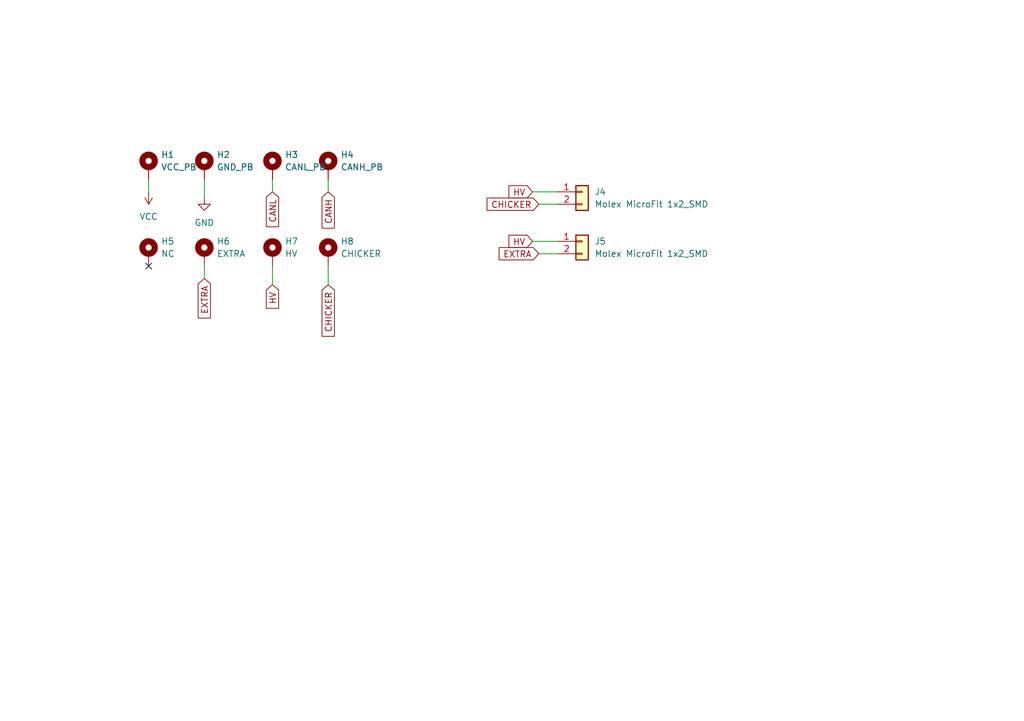
<source format=kicad_sch>
(kicad_sch (version 20230121) (generator eeschema)
  (paper "A5")
  (lib_symbols
    (symbol "Mechanical:MountingHole_Pad" (pin_numbers hide) (pin_names (offset 1.016) hide)
      (property "Reference" "H" (at 0 6.35 0))
      (property "Value" "MountingHole_Pad" (at 0 4.445 0))
      (symbol "MountingHole_Pad_0_1"
        (circle (center 0 1.27) (radius 1.27) (stroke (width 1.27)))
      )
      (symbol "MountingHole_Pad_1_1"
        (pin input line (at 0 -2.54 90) (length 2.54) (name "1") (number "1"))
      )
    )
    (symbol "bots:Molex_Microfit_3.0_1x2_SMD" (pin_names (offset 1.016) hide)
      (property "Reference" "J" (at 0 2.54 0))
      (property "Value" "Molex MicroFit 1x2_SMD" (at 0 -5.08 0))
      (symbol "Molex_Microfit_3.0_1x2_SMD_1_1"
        (rectangle (start -1.27 -2.413) (end 0 -2.667) (stroke (width 0.1524)))
        (rectangle (start -1.27 0.127) (end 0 -0.127) (stroke (width 0.1524)))
        (rectangle (start -1.27 1.27) (end 1.27 -3.81) (stroke (width 0.254)) (fill (type background)))
        (pin passive line (at -5.08 0 0) (length 3.81) (name "Pin_1") (number "1"))
        (pin passive line (at -5.08 -2.54 0) (length 3.81) (name "Pin_2") (number "2"))
        (pin no_connect line (at 0 -7.62 90) (length 3.81) hide (name "MP1") (number "MP1"))
        (pin no_connect line (at 2.54 -7.62 90) (length 3.81) hide (name "MP2") (number "MP2"))
      )
    )
    (symbol "power:GND" (power) (pin_names (offset 0))
      (property "Value" "GND" (at 0 -3.81 0))
      (symbol "GND_0_1"
        (polyline (pts (xy 0 0) (xy 0 -1.27) (xy 1.27 -1.27) (xy 0 -2.54) (xy -1.27 -1.27) (xy 0 -1.27)))
      )
      (symbol "GND_1_1"
        (pin power_in line (at 0 0 270) (length 0) hide (name "GND") (number "1"))
      )
    )
    (symbol "power:VCC" (power) (pin_names (offset 0))
      (property "Value" "VCC" (at 0 3.81 0))
      (symbol "VCC_0_1"
        (polyline (pts (xy -0.762 1.27) (xy 0 2.54)))
        (polyline (pts (xy 0 0) (xy 0 2.54)))
        (polyline (pts (xy 0 2.54) (xy 0.762 1.27)))
      )
      (symbol "VCC_1_1"
        (pin power_in line (at 0 0 90) (length 0) hide (name "VCC") (number "1"))
      )
    )
  )
  (no_connect (at 30.48 54.61))
  (wire (pts (xy 55.88 54.61) (xy 55.88 58.42)))
  (wire (pts (xy 55.88 39.37) (xy 55.88 36.83)))
  (wire (pts (xy 109.22 49.53) (xy 114.3 49.53)))
  (wire (pts (xy 110.49 52.07) (xy 114.3 52.07)))
  (wire (pts (xy 41.91 36.83) (xy 41.91 40.64)))
  (wire (pts (xy 110.49 41.91) (xy 114.3 41.91)))
  (wire (pts (xy 67.31 54.61) (xy 67.31 58.42)))
  (wire (pts (xy 30.48 36.83) (xy 30.48 39.37)))
  (wire (pts (xy 109.22 39.37) (xy 114.3 39.37)))
  (wire (pts (xy 67.31 39.37) (xy 67.31 36.83)))
  (wire (pts (xy 41.91 54.61) (xy 41.91 57.15)))
  (global_label "CHICKER" (shape input) (at 67.31 58.42 270) (property "Intersheetrefs" "${INTERSHEET_REFS}" (effects hide)))
  (global_label "CHICKER" (shape input) (at 110.49 41.91 180) (property "Intersheetrefs" "${INTERSHEET_REFS}" (effects hide)))
  (global_label "EXTRA" (shape input) (at 41.91 57.15 270) (property "Intersheetrefs" "${INTERSHEET_REFS}" (effects hide)))
  (global_label "CANL" (shape input) (at 55.88 39.37 270) (property "Intersheetrefs" "${INTERSHEET_REFS}" (effects hide)))
  (global_label "HV" (shape input) (at 55.88 58.42 270) (property "Intersheetrefs" "${INTERSHEET_REFS}" (effects hide)))
  (global_label "HV" (shape input) (at 109.22 49.53 180) (property "Intersheetrefs" "${INTERSHEET_REFS}" (effects hide)))
  (global_label "EXTRA" (shape input) (at 110.49 52.07 180) (property "Intersheetrefs" "${INTERSHEET_REFS}" (effects hide)))
  (global_label "HV" (shape input) (at 109.22 39.37 180) (property "Intersheetrefs" "${INTERSHEET_REFS}" (effects hide)))
  (global_label "CANH" (shape input) (at 67.31 39.37 270) (property "Intersheetrefs" "${INTERSHEET_REFS}" (effects hide)))
  (symbol (lib_id "Mechanical:MountingHole_Pad") (at 41.91 52.07 0) (unit 1)
    (property "Reference" "H6" (at 44.45 49.53 0) (effects (justify left)))
    (property "Value" "EXTRA" (at 44.45 52.07 0) (effects (justify left)))
    (property "Footprint" "bots:MountingHole_2.7mm_M2.5_DIN965_Pad" (effects hide))
  )
  (symbol (lib_id "Mechanical:MountingHole_Pad") (at 67.31 34.29 0) (unit 1)
    (property "Reference" "H4" (at 69.85 31.75 0) (effects (justify left)))
    (property "Value" "CANH_PB" (at 69.85 34.29 0) (effects (justify left)))
    (property "Footprint" "bots:MountingHole_2.7mm_M2.5_DIN965_Pad" (effects hide))
  )
  (symbol (lib_id "Mechanical:MountingHole_Pad") (at 30.48 52.07 0) (unit 1)
    (property "Reference" "H5" (at 33.02 49.53 0) (effects (justify left)))
    (property "Value" "NC" (at 33.02 52.07 0) (effects (justify left)))
    (property "Footprint" "bots:MountingHole_2.7mm_M2.5_DIN965_Pad" (effects hide))
  )
  (symbol (lib_id "Mechanical:MountingHole_Pad") (at 30.48 34.29 0) (unit 1)
    (property "Reference" "H1" (at 33.02 31.75 0) (effects (justify left)))
    (property "Value" "VCC_PB" (at 33.02 34.29 0) (effects (justify left)))
    (property "Footprint" "bots:MountingHole_2.7mm_M2.5_DIN965_Pad" (effects hide))
  )
  (symbol (lib_id "Mechanical:MountingHole_Pad") (at 55.88 34.29 0) (unit 1)
    (property "Reference" "H3" (at 58.42 31.75 0) (effects (justify left)))
    (property "Value" "CANL_PB" (at 58.42 34.29 0) (effects (justify left)))
    (property "Footprint" "bots:MountingHole_2.7mm_M2.5_DIN965_Pad" (effects hide))
  )
  (symbol (lib_id "bots:Molex_Microfit_3.0_1x2_SMD") (at 119.38 49.53 0) (unit 1)
    (property "Reference" "J5" (at 121.92 49.53 0) (effects (justify left)))
    (property "Value" "Molex MicroFit 1x2_SMD" (at 121.92 52.07 0) (effects (justify left)))
    (property "Footprint" "bots:Molex_Micro-Fit_3.0_43650-0224_1x02-1MP_P3.00mm_Vertical" (effects hide))
    (property "MPN" "0436500224" (effects hide))
    (property "Manufacturer" "Molex" (effects hide))
    (property "Price" "0.97" (effects hide))
  )
  (symbol (lib_id "Mechanical:MountingHole_Pad") (at 67.31 52.07 0) (unit 1)
    (property "Reference" "H8" (at 69.85 49.53 0) (effects (justify left)))
    (property "Value" "CHICKER" (at 69.85 52.07 0) (effects (justify left)))
    (property "Footprint" "bots:MountingHole_2.7mm_M2.5_DIN965_Pad" (effects hide))
  )
  (symbol (lib_id "Mechanical:MountingHole_Pad") (at 55.88 52.07 0) (unit 1)
    (property "Reference" "H7" (at 58.42 49.53 0) (effects (justify left)))
    (property "Value" "HV" (at 58.42 52.07 0) (effects (justify left)))
    (property "Footprint" "bots:MountingHole_2.7mm_M2.5_DIN965_Pad" (effects hide))
  )
  (symbol (lib_id "bots:Molex_Microfit_3.0_1x2_SMD") (at 119.38 39.37 0) (unit 1)
    (property "Reference" "J4" (at 121.92 39.37 0) (effects (justify left)))
    (property "Value" "Molex MicroFit 1x2_SMD" (at 121.92 41.91 0) (effects (justify left)))
    (property "Footprint" "bots:Molex_Micro-Fit_3.0_43650-0224_1x02-1MP_P3.00mm_Vertical" (effects hide))
    (property "MPN" "0436500224" (effects hide))
    (property "Manufacturer" "Molex" (effects hide))
    (property "Price" "0.97" (effects hide))
  )
  (symbol (lib_id "Mechanical:MountingHole_Pad") (at 41.91 34.29 0) (unit 1)
    (property "Reference" "H2" (at 44.45 31.75 0) (effects (justify left)))
    (property "Value" "GND_PB" (at 44.45 34.29 0) (effects (justify left)))
    (property "Footprint" "bots:MountingHole_2.7mm_M2.5_DIN965_Pad" (effects hide))
  )
  (symbol (lib_id "power:GND") (at 41.91 40.64 0) (unit 1)
    (property "Reference" "#PWR037" (effects hide))
    (property "Value" "GND" (at 41.91 45.72 0))
    (instances (project "midplate" (path "" (reference "#PWR037") (unit 1)) (path "" (reference "#PWR05") (unit 1))))
  )
  (symbol (lib_id "power:VCC") (at 30.48 39.37 180) (unit 1)
    (property "Reference" "#PWR024" (effects hide))
    (property "Value" "VCC" (at 30.48 44.45 0))
  )
)
</source>
